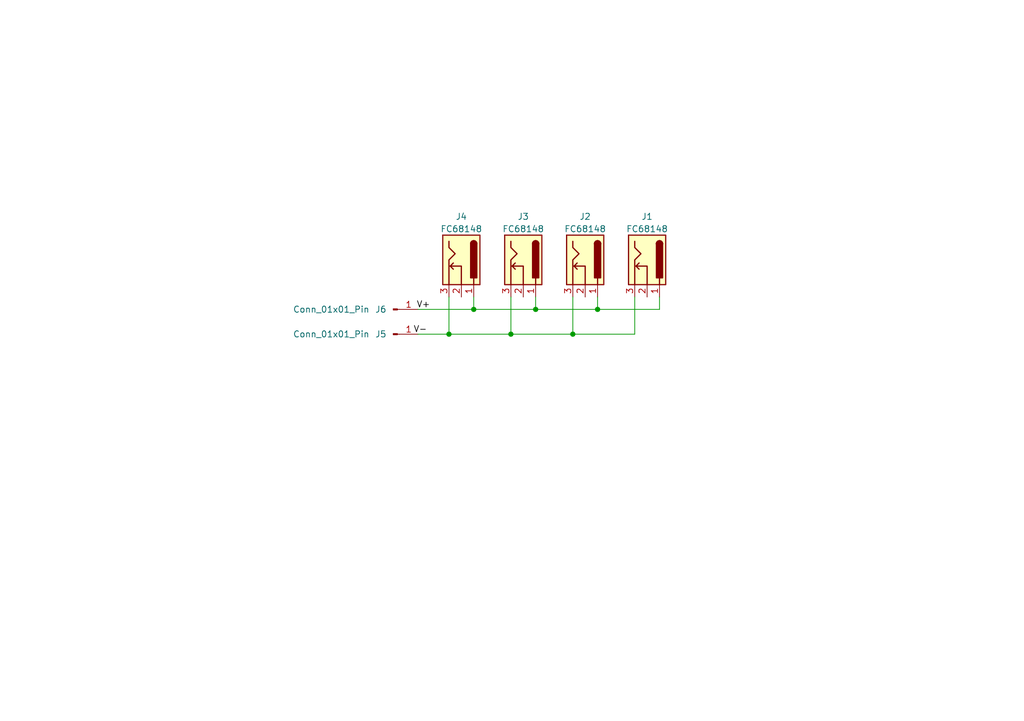
<source format=kicad_sch>
(kicad_sch (version 20231120) (generator "eeschema") (generator_version "8.0")
  (paper "A5")
  (lib_symbols
    (symbol "Connector:Barrel_Jack_Switch_Pin3Ring" (pin_names hide)
      (property "Reference" "J" (at 0 5.334 0))
      (property "Value" "Barrel_Jack_Switch_Pin3Ring" (at 0 -5.08 0))
      (symbol "Barrel_Jack_Switch_Pin3Ring_0_1"
        (rectangle (start -5.08 3.81) (end 5.08 -3.81) (stroke (width 0.254)) (fill (type background)))
        (arc (start -3.302 3.175) (mid -3.9343 2.54) (end -3.302 1.905) (stroke (width 0.254)))
        (arc (start -3.302 3.175) (mid -3.9343 2.54) (end -3.302 1.905) (stroke (width 0.254)) (fill (type outline)))
        (polyline (pts (xy 1.27 -2.286) (xy 1.905 -1.651)) (stroke (width 0.254)))
        (polyline (pts (xy 5.08 2.54) (xy 3.81 2.54)) (stroke (width 0.254)))
        (polyline (pts (xy 5.08 0) (xy 1.27 0) (xy 1.27 -2.286) (xy 0.635 -1.651)) (stroke (width 0.254)))
        (polyline (pts (xy -3.81 -2.54) (xy -2.54 -2.54) (xy -1.27 -1.27) (xy 0 -2.54) (xy 2.54 -2.54) (xy 5.08 -2.54)) (stroke (width 0.254)))
        (rectangle (start 3.683 3.175) (end -3.302 1.905) (stroke (width 0.254)) (fill (type outline)))
      )
      (symbol "Barrel_Jack_Switch_Pin3Ring_1_1"
        (pin passive line (at 7.62 2.54 180) (length 2.54) (name "~") (number "1"))
        (pin passive line (at 7.62 0 180) (length 2.54) (name "~") (number "2"))
        (pin passive line (at 7.62 -2.54 180) (length 2.54) (name "~") (number "3"))
      )
    )
    (symbol "Connector:Conn_01x01_Pin" (pin_names (offset 1.016) hide)
      (property "Reference" "J" (at 0 2.54 0))
      (property "Value" "Conn_01x01_Pin" (at 0 -2.54 0))
      (symbol "Conn_01x01_Pin_1_1"
        (polyline (pts (xy 1.27 0) (xy 0.8636 0)) (stroke (width 0.1524)))
        (rectangle (start 0.8636 0.127) (end 0 -0.127) (stroke (width 0.1524)) (fill (type outline)))
        (pin passive line (at 5.08 0 180) (length 3.81) (name "Pin_1") (number "1"))
      )
    )
  )
  (junction (at 109.855 63.5))
  (junction (at 104.775 68.58))
  (junction (at 92.075 68.58))
  (junction (at 97.155 63.5))
  (junction (at 117.475 68.58))
  (junction (at 122.555 63.5))
  (wire (pts (xy 130.175 60.96) (xy 130.175 68.58)))
  (wire (pts (xy 92.075 68.58) (xy 85.725 68.58)))
  (wire (pts (xy 85.725 63.5) (xy 97.155 63.5)))
  (wire (pts (xy 104.775 68.58) (xy 92.075 68.58)))
  (wire (pts (xy 117.475 60.96) (xy 117.475 68.58)))
  (wire (pts (xy 130.175 68.58) (xy 117.475 68.58)))
  (wire (pts (xy 117.475 68.58) (xy 104.775 68.58)))
  (wire (pts (xy 109.855 60.96) (xy 109.855 63.5)))
  (wire (pts (xy 92.075 60.96) (xy 92.075 68.58)))
  (wire (pts (xy 135.255 63.5) (xy 135.255 60.96)))
  (wire (pts (xy 109.855 63.5) (xy 122.555 63.5)))
  (wire (pts (xy 122.555 63.5) (xy 135.255 63.5)))
  (wire (pts (xy 122.555 60.96) (xy 122.555 63.5)))
  (wire (pts (xy 97.155 63.5) (xy 109.855 63.5)))
  (wire (pts (xy 104.775 60.96) (xy 104.775 68.58)))
  (wire (pts (xy 97.155 60.96) (xy 97.155 63.5)))
  (label "V-" (at 87.63 68.58 180))
  (label "V+" (at 88.265 63.5 180))
  (symbol (lib_id "Connector:Barrel_Jack_Switch_Pin3Ring") (at 107.315 53.34 270) (unit 1)
    (property "Reference" "J3" (at 107.315 44.45 90))
    (property "Value" "FC68148" (at 107.315 46.99 90))
    (property "Footprint" "Connector_BarrelJack:BarrelJack_GCT_DCJ200-10-A_Horizontal" (effects (hide yes)))
    (property "Description" "DC Barrel Jack with an internal switch" (effects (hide yes)))
  )
  (symbol (lib_id "Connector:Conn_01x01_Pin") (at 80.645 63.5 0) (unit 1)
    (property "Reference" "J6" (at 78.105 63.5 0))
    (property "Value" "Conn_01x01_Pin" (at 67.945 63.5 0))
    (property "Footprint" "Connector_Pin:Pin_D1.1mm_L8.5mm_W2.5mm_FlatFork" (effects (hide yes)))
    (property "Description" "Generic connector, single row, 01x01, script generated" (effects (hide yes)))
  )
  (symbol (lib_id "Connector:Barrel_Jack_Switch_Pin3Ring") (at 132.715 53.34 270) (unit 1)
    (property "Reference" "J1" (at 132.715 44.45 90))
    (property "Value" "FC68148" (at 132.715 46.99 90))
    (property "Footprint" "Connector_BarrelJack:BarrelJack_GCT_DCJ200-10-A_Horizontal" (effects (hide yes)))
    (property "Description" "DC Barrel Jack with an internal switch" (effects (hide yes)))
  )
  (symbol (lib_id "Connector:Conn_01x01_Pin") (at 80.645 68.58 0) (mirror x) (unit 1)
    (property "Reference" "J5" (at 78.105 68.58 0))
    (property "Value" "Conn_01x01_Pin" (at 67.945 68.58 0))
    (property "Footprint" "Connector_Pin:Pin_D1.1mm_L8.5mm_W2.5mm_FlatFork" (effects (hide yes)))
    (property "Description" "Generic connector, single row, 01x01, script generated" (effects (hide yes)))
  )
  (symbol (lib_id "Connector:Barrel_Jack_Switch_Pin3Ring") (at 94.615 53.34 270) (unit 1)
    (property "Reference" "J4" (at 94.615 44.45 90))
    (property "Value" "FC68148" (at 94.615 46.99 90))
    (property "Footprint" "Connector_BarrelJack:BarrelJack_GCT_DCJ200-10-A_Horizontal" (effects (hide yes)))
    (property "Description" "DC Barrel Jack with an internal switch" (effects (hide yes)))
  )
  (symbol (lib_id "Connector:Barrel_Jack_Switch_Pin3Ring") (at 120.015 53.34 270) (unit 1)
    (property "Reference" "J2" (at 120.015 44.45 90))
    (property "Value" "FC68148" (at 120.015 46.99 90))
    (property "Footprint" "Connector_BarrelJack:BarrelJack_GCT_DCJ200-10-A_Horizontal" (effects (hide yes)))
    (property "Description" "DC Barrel Jack with an internal switch" (effects (hide yes)))
  )
)
</source>
